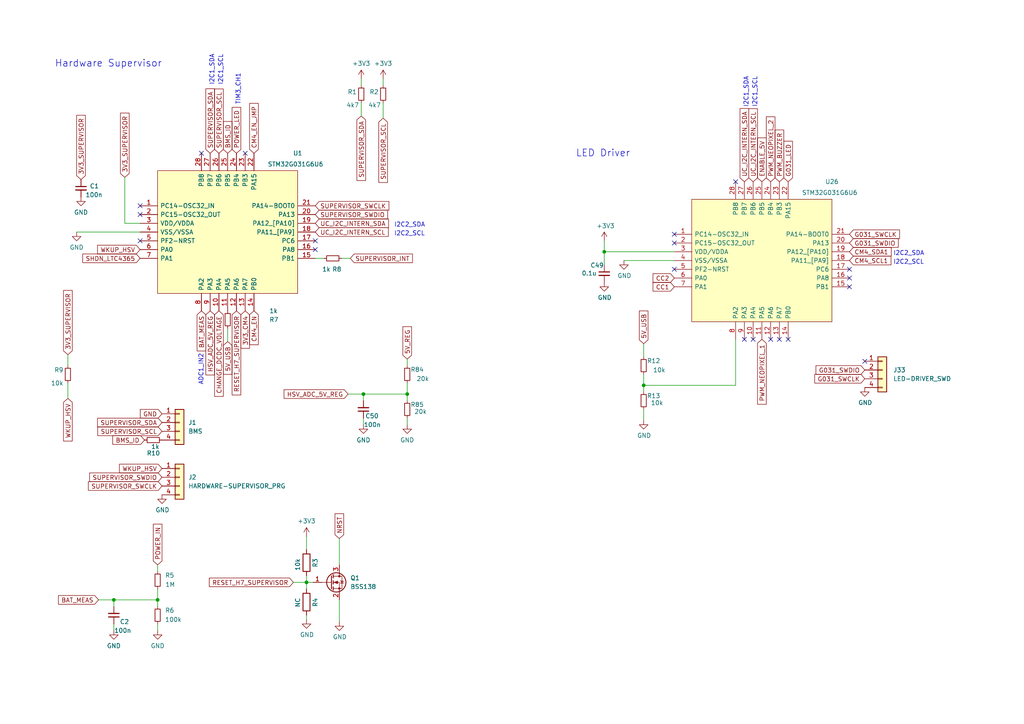
<source format=kicad_sch>
(kicad_sch (version 20211123) (generator eeschema)
  (paper "A4")
  (junction (at 118.11 114.3))
  (junction (at -92.71 -11.43) (diameter 1.016))
  (junction (at 186.69 111.76))
  (junction (at -92.71 -22.225) (diameter 1.016))
  (junction (at -109.22 158.75))
  (junction (at -149.86 72.39) (diameter 1.016))
  (junction (at -149.86 67.31) (diameter 1.016))
  (junction (at -57.15 184.785))
  (junction (at 88.9 168.91))
  (junction (at -104.14 19.05))
  (junction (at -159.385 -6.35) (diameter 1.016))
  (junction (at -141.605 17.78))
  (junction (at 105.41 114.3))
  (junction (at -101.6 19.05))
  (junction (at -86.36 -22.225))
  (junction (at 175.26 73.025))
  (junction (at -99.06 -11.43) (diameter 1.016))
  (junction (at -105.41 -11.43) (diameter 1.016))
  (junction (at -106.68 158.75))
  (junction (at -159.385 -11.43) (diameter 1.016))
  (junction (at -99.06 19.05))
  (junction (at -99.06 -22.225) (diameter 1.016))
  (junction (at -160.655 31.75))
  (junction (at -86.36 -11.43) (diameter 1.016))
  (junction (at 45.72 173.99))
  (junction (at -111.76 -22.225) (diameter 1.016))
  (junction (at -149.86 62.23) (diameter 1.016))
  (junction (at 33.02 173.99))
  (junction (at -153.035 72.39) (diameter 1.016))
  (junction (at -104.14 158.75))
  (junction (at -101.6 158.75))
  (junction (at -109.22 19.05))
  (junction (at -105.41 -22.225) (diameter 1.016))
  (junction (at -99.06 158.75))
  (junction (at -111.76 -11.43) (diameter 1.016))
  (junction (at -96.52 19.05))
  (junction (at -106.68 19.05))
  (no_connect (at 40.64 69.85))
  (no_connect (at 246.38 83.185))
  (no_connect (at 246.38 80.645))
  (no_connect (at 250.825 104.775))
  (no_connect (at -154.94 -8.89))
  (no_connect (at -81.28 146.05))
  (no_connect (at 91.44 72.39))
  (no_connect (at -127 148.59))
  (no_connect (at -81.28 72.39))
  (no_connect (at -127 123.19))
  (no_connect (at 40.64 62.23))
  (no_connect (at 71.12 44.45))
  (no_connect (at 58.42 44.45))
  (no_connect (at 246.38 78.105))
  (no_connect (at 213.36 52.705))
  (no_connect (at 226.06 98.425))
  (no_connect (at 228.6 98.425))
  (no_connect (at 195.58 78.105))
  (no_connect (at 195.58 70.485))
  (no_connect (at 195.58 67.945))
  (no_connect (at 215.9 98.425))
  (no_connect (at 218.44 98.425))
  (no_connect (at 223.52 98.425))
  (no_connect (at 40.64 59.69))
  (no_connect (at -142.24 -8.89))
  (no_connect (at -142.24 -11.43))
  (no_connect (at 91.44 69.85))
  (wire (pts (xy -57.15 191.135) (xy -57.15 193.675)))
  (wire (pts (xy 118.11 104.14) (xy 118.11 106.045)))
  (wire (pts (xy -156.21 62.23) (xy -156.21 64.77)))
  (wire (pts (xy -101.6 19.05) (xy -99.06 19.05)))
  (wire (pts (xy -141.605 17.78) (xy -131.445 17.78)))
  (wire (pts (xy -106.68 19.05) (xy -104.14 19.05)))
  (wire (pts (xy 22.225 67.31) (xy 40.64 67.31)))
  (wire (pts (xy 33.02 173.99) (xy 28.575 173.99)))
  (wire (pts (xy -92.71 -22.225) (xy -92.71 -19.05)))
  (wire (pts (xy 19.685 111.125) (xy 19.685 115.57)))
  (wire (pts (xy -150.495 17.78) (xy -141.605 17.78)))
  (wire (pts (xy 98.425 173.99) (xy 98.425 180.34)))
  (wire (pts (xy 180.975 75.565) (xy 195.58 75.565)))
  (wire (pts (xy -81.28 54.61) (xy -60.325 54.61)))
  (wire (pts (xy 118.11 114.3) (xy 118.11 116.205)))
  (wire (pts (xy -105.41 -11.43) (xy -99.06 -11.43)))
  (wire (pts (xy 85.09 168.91) (xy 88.9 168.91)))
  (wire (pts (xy -57.15 184.785) (xy -51.435 184.785)))
  (wire (pts (xy 175.26 73.025) (xy 175.26 76.835)))
  (wire (pts (xy -86.36 -11.43) (xy -86.36 -13.97)))
  (wire (pts (xy -127 41.91) (xy -127 45.72)))
  (wire (pts (xy 45.72 163.83) (xy 45.72 165.735)))
  (wire (pts (xy -160.655 31.75) (xy -160.655 35.56)))
  (wire (pts (xy -86.36 -22.225) (xy -86.36 -19.05)))
  (wire (pts (xy -149.225 36.83) (xy -127 36.83)))
  (wire (pts (xy 33.02 180.975) (xy 33.02 182.88)))
  (wire (pts (xy -99.06 19.05) (xy -96.52 19.05)))
  (wire (pts (xy -99.06 -22.225) (xy -92.71 -22.225)))
  (wire (pts (xy -154.94 -11.43) (xy -159.385 -11.43)))
  (wire (pts (xy 186.69 108.585) (xy 186.69 111.76)))
  (wire (pts (xy -57.15 183.515) (xy -57.15 184.785)))
  (wire (pts (xy -139.7 87.63) (xy -127 87.63)))
  (wire (pts (xy 98.425 156.21) (xy 98.425 163.83)))
  (wire (pts (xy -154.94 -13.97) (xy -159.385 -13.97)))
  (wire (pts (xy -106.68 158.75) (xy -109.22 158.75)))
  (wire (pts (xy -101.6 158.75) (xy -104.14 158.75)))
  (wire (pts (xy -162.56 31.75) (xy -160.655 31.75)))
  (wire (pts (xy -120.015 -13.97) (xy -120.015 -11.43)))
  (wire (pts (xy -159.385 -13.97) (xy -159.385 -11.43)))
  (wire (pts (xy 88.9 155.575) (xy 88.9 159.385)))
  (wire (pts (xy -86.36 -22.225) (xy -76.2 -22.225)))
  (wire (pts (xy 19.685 102.87) (xy 19.685 106.045)))
  (wire (pts (xy 88.9 168.91) (xy 90.805 168.91)))
  (wire (pts (xy 105.41 121.285) (xy 105.41 123.19)))
  (wire (pts (xy -105.41 -22.225) (xy -99.06 -22.225)))
  (wire (pts (xy -144.145 64.77) (xy -144.145 67.31)))
  (wire (pts (xy -159.385 -11.43) (xy -159.385 -6.35)))
  (wire (pts (xy 99.06 74.93) (xy 101.6 74.93)))
  (wire (pts (xy -92.71 -13.97) (xy -92.71 -11.43)))
  (wire (pts (xy 186.69 99.695) (xy 186.69 103.505)))
  (wire (pts (xy 33.02 175.895) (xy 33.02 173.99)))
  (wire (pts (xy -111.76 -22.225) (xy -120.015 -22.225)))
  (wire (pts (xy 175.26 69.85) (xy 175.26 73.025)))
  (wire (pts (xy 93.98 74.93) (xy 91.44 74.93)))
  (wire (pts (xy -153.035 72.39) (xy -153.035 73.025)))
  (wire (pts (xy -92.71 -11.43) (xy -86.36 -11.43)))
  (wire (pts (xy 45.72 173.99) (xy 45.72 175.895)))
  (wire (pts (xy 104.775 33.655) (xy 104.775 29.845)))
  (wire (pts (xy -109.22 158.75) (xy -111.76 158.75)))
  (wire (pts (xy 118.11 114.3) (xy 105.41 114.3)))
  (wire (pts (xy 186.69 111.76) (xy 186.69 113.665)))
  (wire (pts (xy -104.14 19.05) (xy -101.6 19.05)))
  (wire (pts (xy -146.685 72.39) (xy -149.86 72.39)))
  (wire (pts (xy 118.11 111.125) (xy 118.11 114.3)))
  (wire (pts (xy -99.06 -22.225) (xy -99.06 -19.05)))
  (wire (pts (xy -99.06 -11.43) (xy -92.71 -11.43)))
  (wire (pts (xy -111.76 -19.05) (xy -111.76 -22.225)))
  (wire (pts (xy 186.69 111.76) (xy 213.36 111.76)))
  (wire (pts (xy -99.06 -13.97) (xy -99.06 -11.43)))
  (wire (pts (xy -156.21 72.39) (xy -153.035 72.39)))
  (wire (pts (xy -111.76 19.05) (xy -109.22 19.05)))
  (wire (pts (xy -81.28 74.93) (xy -60.325 74.93)))
  (wire (pts (xy 186.69 118.745) (xy 186.69 121.92)))
  (wire (pts (xy -76.2 -11.43) (xy -86.36 -11.43)))
  (wire (pts (xy 45.72 173.99) (xy 33.02 173.99)))
  (wire (pts (xy -153.035 87.63) (xy -144.78 87.63)))
  (wire (pts (xy 36.195 51.435) (xy 36.195 64.77)))
  (wire (pts (xy -111.76 -11.43) (xy -105.41 -11.43)))
  (wire (pts (xy 88.9 167.005) (xy 88.9 168.91)))
  (wire (pts (xy -105.41 -13.97) (xy -105.41 -11.43)))
  (wire (pts (xy -149.86 72.39) (xy -153.035 72.39)))
  (wire (pts (xy -57.15 184.785) (xy -57.15 186.055)))
  (wire (pts (xy -149.86 62.23) (xy -127 62.23)))
  (wire (pts (xy -146.05 90.17) (xy -127 90.17)))
  (wire (pts (xy -149.225 41.91) (xy -149.225 36.83)))
  (wire (pts (xy -99.06 164.465) (xy -99.06 158.75)))
  (wire (pts (xy -160.655 31.75) (xy -127 31.75)))
  (wire (pts (xy 104.775 24.765) (xy 104.775 22.86)))
  (wire (pts (xy -120.015 -22.225) (xy -120.015 -19.05)))
  (wire (pts (xy 105.41 114.3) (xy 100.965 114.3)))
  (wire (pts (xy 213.36 98.425) (xy 213.36 111.76)))
  (wire (pts (xy -146.685 64.77) (xy -146.685 72.39)))
  (wire (pts (xy -109.22 19.05) (xy -106.68 19.05)))
  (wire (pts (xy -131.445 26.67) (xy -131.445 17.78)))
  (wire (pts (xy -156.21 69.85) (xy -156.21 72.39)))
  (wire (pts (xy -141.605 41.91) (xy -141.605 39.37)))
  (wire (pts (xy -76.2 -22.225) (xy -76.2 -19.05)))
  (wire (pts (xy -127 45.72) (xy -131.445 45.72)))
  (wire (pts (xy -149.86 67.31) (xy -144.145 67.31)))
  (wire (pts (xy 45.72 182.88) (xy 45.72 180.975)))
  (wire (pts (xy 118.11 123.19) (xy 118.11 121.285)))
  (wire (pts (xy -99.06 158.75) (xy -101.6 158.75)))
  (wire (pts (xy -144.145 64.77) (xy -127 64.77)))
  (wire (pts (xy 36.195 64.77) (xy 40.64 64.77)))
  (wire (pts (xy -141.605 39.37) (xy -127 39.37)))
  (wire (pts (xy -127 26.67) (xy -131.445 26.67)))
  (wire (pts (xy -92.71 -22.225) (xy -86.36 -22.225)))
  (wire (pts (xy 88.9 170.815) (xy 88.9 168.91)))
  (wire (pts (xy -81.28 57.15) (xy -60.325 57.15)))
  (wire (pts (xy 45.72 170.815) (xy 45.72 173.99)))
  (wire (pts (xy 111.125 34.29) (xy 111.125 29.845)))
  (wire (pts (xy -153.035 64.77) (xy -153.035 72.39)))
  (wire (pts (xy -96.52 13.335) (xy -96.52 19.05)))
  (wire (pts (xy 111.125 24.765) (xy 111.125 22.86)))
  (wire (pts (xy -105.41 -22.225) (xy -105.41 -19.05)))
  (wire (pts (xy -76.2 -13.97) (xy -76.2 -11.43)))
  (wire (pts (xy -149.86 62.23) (xy -156.21 62.23)))
  (wire (pts (xy 66.04 99.06) (xy 66.04 95.25)))
  (wire (pts (xy 88.9 179.705) (xy 88.9 178.435)))
  (wire (pts (xy 105.41 116.205) (xy 105.41 114.3)))
  (wire (pts (xy -104.14 158.75) (xy -106.68 158.75)))
  (wire (pts (xy -120.015 -11.43) (xy -111.76 -11.43)))
  (wire (pts (xy -111.76 -22.225) (xy -105.41 -22.225)))
  (wire (pts (xy -111.76 -13.97) (xy -111.76 -11.43)))
  (wire (pts (xy -153.035 90.17) (xy -151.13 90.17)))
  (wire (pts (xy -154.94 -6.35) (xy -159.385 -6.35)))
  (wire (pts (xy 175.26 73.025) (xy 195.58 73.025)))
  (text "TIM3_CH1" (at 69.85 30.48 90) (effects (font (size 1.27 1.27)) (justify left bottom)))
  (text "MICROCONTROLLER" (at -170.18 -26.67 0) (effects (font (size 2 2)) (justify left bottom)))
  (text "ADC1_IN2" (at 59.055 111.76 90) (effects (font (size 1.27 1.27)) (justify left bottom)))
  (text "I2C1_SCL" (at 219.71 22.225 270) (effects (font (size 1.27 1.27)) (justify right bottom)))
  (text "I2C2_SDA" (at 259.08 74.295 0) (effects (font (size 1.27 1.27)) (justify left bottom)))
  (text "I2C2_SDA" (at 114.3 66.04 0) (effects (font (size 1.27 1.27)) (justify left bottom)))
  (text "I2C1_SCL" (at 64.77 24.765 90) (effects (font (size 1.27 1.27)) (justify left bottom)))
  (text "I2C2_SCL" (at 114.3 68.58 0) (effects (font (size 1.27 1.27)) (justify left bottom)))
  (text "I2C2_SCL" (at 259.08 76.835 0) (effects (font (size 1.27 1.27)) (justify left bottom)))
  (text "LED Driver" (at 167.005 45.72 0) (effects (font (size 2 2)) (justify left bottom)))
  (text "Hardware Supervisor" (at 15.875 19.685 0) (effects (font (size 2 2)) (justify left bottom)))
  (text "I2C1_SDA" (at 217.17 22.225 270) (effects (font (size 1.27 1.27)) (justify right bottom)))
  (text "I2C1_SDA" (at 62.23 24.765 90) (effects (font (size 1.27 1.27)) (justify left bottom)))
  (label "UC_USB_P" (at -72.39 57.15 0))
  (label "UC_USB_N" (at -73.025 54.61 0))
  (global_label "UC_LED2" (shape input) (at -127 95.25 180) (property "Intersheet References" "${INTERSHEET_REFS}" (effects hide)))
  (global_label "UC_SPI2_MOSI" (shape input) (at -81.28 143.51 0) (property "Intersheet References" "${INTERSHEET_REFS}" (effects hide)))
  (global_label "CC1" (shape input) (at 195.58 83.185 180) (property "Intersheet References" "${INTERSHEET_REFS}" (effects hide)))
  (global_label "UC_USB_D_N" (shape input) (at -55.245 54.61 0) (property "Intersheet References" "${INTERSHEET_REFS}" (effects hide)))
  (global_label "UC_SCL_2" (shape input) (at -70.485 184.785 270) (property "Intersheet References" "${INTERSHEET_REFS}" (effects hide)))
  (global_label "ENC1_A" (shape input) (at -81.28 87.63 0) (property "Intersheet References" "${INTERSHEET_REFS}" (effects hide)))
  (global_label "UC_UART_EXT1_RX" (shape input) (at -81.28 52.07 0) (property "Intersheet References" "${INTERSHEET_REFS}" (effects hide)))
  (global_label "ENABLE_5V" (shape input) (at 220.98 52.705 90) (property "Intersheet References" "${INTERSHEET_REFS}" (effects hide)))
  (global_label "UC_UART_EXT2_TX" (shape input) (at -81.28 128.27 0) (property "Intersheet References" "${INTERSHEET_REFS}" (effects hide)))
  (global_label "BAT_MEAS" (shape input) (at 28.575 173.99 180) (property "Intersheet References" "${INTERSHEET_REFS}" (effects hide)))
  (global_label "CS_IMU" (shape input) (at -81.28 100.33 0) (property "Intersheet References" "${INTERSHEET_REFS}" (effects hide)))
  (global_label "UC_SPI1_CS_EXT1" (shape input) (at -127 120.65 180) (property "Intersheet References" "${INTERSHEET_REFS}" (effects hide)))
  (global_label "IMU_INT2" (shape input) (at -127 138.43 180) (property "Intersheet References" "${INTERSHEET_REFS}" (effects hide)))
  (global_label "UC_UART_EXT3_RX" (shape input) (at -81.28 77.47 0) (property "Intersheet References" "${INTERSHEET_REFS}" (effects hide)))
  (global_label "5V_USB" (shape input) (at -57.15 178.435 90) (property "Intersheet References" "${INTERSHEET_REFS}" (effects hide)))
  (global_label "NRST" (shape input) (at 98.425 156.21 90) (property "Intersheet References" "${INTERSHEET_REFS}" (effects hide)))
  (global_label "PWM_NEOPIXEL_1" (shape input) (at 220.98 98.425 270) (property "Intersheet References" "${INTERSHEET_REFS}" (effects hide)))
  (global_label "UC_ACT_LED" (shape input) (at -127 140.97 180) (property "Intersheet References" "${INTERSHEET_REFS}" (effects hide)))
  (global_label "UC_TIM2" (shape input) (at -109.22 181.61 180) (property "Intersheet References" "${INTERSHEET_REFS}" (effects hide)))
  (global_label "3V3_SUPERVISOR" (shape input) (at 19.685 102.87 90) (property "Intersheet References" "${INTERSHEET_REFS}" (effects hide)))
  (global_label "UC_TIM1" (shape input) (at -81.28 90.17 0) (property "Intersheet References" "${INTERSHEET_REFS}" (effects hide)))
  (global_label "CM4_EN" (shape input) (at 73.66 90.17 270) (property "Intersheet References" "${INTERSHEET_REFS}" (effects hide)))
  (global_label "UC_SPI2_CS_EXT1" (shape input) (at -127 146.05 180) (property "Intersheet References" "${INTERSHEET_REFS}" (effects hide)))
  (global_label "UC_TIM1" (shape input) (at -109.22 186.69 180) (property "Intersheet References" "${INTERSHEET_REFS}" (effects hide)))
  (global_label "ENC1_A" (shape input) (at -104.14 186.69 0) (property "Intersheet References" "${INTERSHEET_REFS}" (effects hide)))
  (global_label "PD7" (shape input) (at -127 130.81 180) (property "Intersheet References" "${INTERSHEET_REFS}" (effects hide)))
  (global_label "UC_SPI_CM4_CS" (shape input) (at -81.28 36.83 0) (property "Intersheet References" "${INTERSHEET_REFS}" (effects hide)))
  (global_label "UC_LED1" (shape input) (at -127 107.95 180) (property "Intersheet References" "${INTERSHEET_REFS}" (effects hide)))
  (global_label "3V3_SUPERVISOR" (shape input) (at 36.195 51.435 90) (property "Intersheet References" "${INTERSHEET_REFS}" (effects hide)))
  (global_label "SHDN_LTC4365" (shape input) (at 40.64 74.93 180) (property "Intersheet References" "${INTERSHEET_REFS}" (effects hide)))
  (global_label "UC_I2C_INTERN_SCL" (shape input) (at -81.28 46.99 0) (property "Intersheet References" "${INTERSHEET_REFS}" (effects hide)))
  (global_label "UC_UART_EXT1_TX" (shape input) (at -81.28 49.53 0) (property "Intersheet References" "${INTERSHEET_REFS}" (effects hide)))
  (global_label "ENC2_A" (shape input) (at -81.28 82.55 0) (property "Intersheet References" "${INTERSHEET_REFS}" (effects hide)))
  (global_label "WKUP_HSV" (shape input) (at 19.685 115.57 270) (property "Intersheet References" "${INTERSHEET_REFS}" (effects hide)))
  (global_label "WKUP_HSV" (shape input) (at 46.99 135.89 180) (property "Intersheet References" "${INTERSHEET_REFS}" (effects hide)))
  (global_label "UC_UART_EXT3_TX" (shape input) (at -81.28 64.77 0) (property "Intersheet References" "${INTERSHEET_REFS}" (effects hide)))
  (global_label "DETECT_USB" (shape input) (at -51.435 184.785 0) (property "Intersheet References" "${INTERSHEET_REFS}" (effects hide)))
  (global_label "NRST" (shape input) (at -142.24 -6.35 0) (property "Intersheet References" "${INTERSHEET_REFS}" (effects hide)))
  (global_label "PC15" (shape input) (at -81.28 151.13 0) (property "Intersheet References" "${INTERSHEET_REFS}" (effects hide)))
  (global_label "PC0" (shape input) (at -81.28 113.03 0) (property "Intersheet References" "${INTERSHEET_REFS}" (effects hide)))
  (global_label "HSV_ADC_5V_REG" (shape input) (at 100.965 114.3 180) (property "Intersheet References" "${INTERSHEET_REFS}" (effects hide)))
  (global_label "UC_UART_CM4_TX" (shape input) (at -81.28 31.75 0) (property "Intersheet References" "${INTERSHEET_REFS}" (effects hide)))
  (global_label "PE12" (shape input) (at -127 100.33 180) (property "Intersheet References" "${INTERSHEET_REFS}" (effects hide)))
  (global_label "UC_SPI2_MISO" (shape input) (at -81.28 140.97 0) (property "Intersheet References" "${INTERSHEET_REFS}" (effects hide)))
  (global_label "3V3_SUPERVISOR" (shape input) (at 23.495 52.07 90) (property "Intersheet References" "${INTERSHEET_REFS}" (effects hide)))
  (global_label "PD8" (shape input) (at -127 133.35 180) (property "Intersheet References" "${INTERSHEET_REFS}" (effects hide)))
  (global_label "CC2" (shape input) (at 195.58 80.645 180) (property "Intersheet References" "${INTERSHEET_REFS}" (effects hide)))
  (global_label "GND" (shape input) (at 46.99 120.015 180) (property "Intersheet References" "${INTERSHEET_REFS}" (effects hide)))
  (global_label "UC_AIN2" (shape input) (at -81.28 69.85 0) (property "Intersheet References" "${INTERSHEET_REFS}" (effects hide)))
  (global_label "RUN_PG" (shape input) (at -81.28 148.59 0) (property "Intersheet References" "${INTERSHEET_REFS}" (effects hide)))
  (global_label "SUPERVISOR_SDA" (shape input) (at 46.99 122.555 180) (property "Intersheet References" "${INTERSHEET_REFS}" (effects hide)))
  (global_label "UC_I2C_INTERN_SCL" (shape input) (at 91.44 67.31 0) (property "Intersheet References" "${INTERSHEET_REFS}" (effects hide)))
  (global_label "PD5" (shape input) (at -127 125.73 180) (property "Intersheet References" "${INTERSHEET_REFS}" (effects hide)))
  (global_label "RS485_TX" (shape input) (at -127 72.39 180) (property "Intersheet References" "${INTERSHEET_REFS}" (effects hide)))
  (global_label "SUPERVISOR_SCL" (shape input) (at 63.5 44.45 90) (property "Intersheet References" "${INTERSHEET_REFS}" (effects hide)))
  (global_label "SWCLK" (shape input) (at -81.28 62.23 0) (property "Intersheet References" "${INTERSHEET_REFS}" (effects hide)))
  (global_label "BMS_ID" (shape input) (at 66.04 44.45 90) (property "Intersheet References" "${INTERSHEET_REFS}" (effects hide)))
  (global_label "NRST" (shape input) (at -150.495 17.78 180) (property "Intersheet References" "${INTERSHEET_REFS}" (effects hide)))
  (global_label "CM4_INT1" (shape input) (at -153.035 90.17 180) (property "Intersheet References" "${INTERSHEET_REFS}" (effects hide)))
  (global_label "SUPERVISOR_INT" (shape input) (at 101.6 74.93 0) (property "Intersheet References" "${INTERSHEET_REFS}" (effects hide)))
  (global_label "RS485_EN" (shape input) (at -127 151.13 180) (property "Intersheet References" "${INTERSHEET_REFS}" (effects hide)))
  (global_label "WKUP_HSV" (shape input) (at 40.64 72.39 180) (property "Intersheet References" "${INTERSHEET_REFS}" (effects hide)))
  (global_label "SWDIO" (shape input) (at -81.28 59.69 0) (property "Intersheet References" "${INTERSHEET_REFS}" (effects hide)))
  (global_label "UC_I2C_INTERN_SDA" (shape input) (at -81.28 135.89 0) (property "Intersheet References" "${INTERSHEET_REFS}" (effects hide)))
  (global_label "CHANGE_DCDC_VOLTAGE" (shape input) (at 63.5 90.17 270) (property "Intersheet References" "${INTERSHEET_REFS}" (effects hide)))
  (global_label "CM4_SDA1" (shape input) (at 246.38 73.025 0) (property "Intersheet References" "${INTERSHEET_REFS}" (effects hide)))
  (global_label "CM4_INT2" (shape input) (at -153.035 87.63 180) (property "Intersheet References" "${INTERSHEET_REFS}" (effects hide)))
  (global_label "5V_REG" (shape input) (at 118.11 104.14 90) (property "Intersheet References" "${INTERSHEET_REFS}" (effects hide)))
  (global_label "USER_BTN_EXT" (shape input) (at -127 74.93 180) (property "Intersheet References" "${INTERSHEET_REFS}" (effects hide)))
  (global_label "5V_USB" (shape input) (at 66.04 99.06 270) (property "Intersheet References" "${INTERSHEET_REFS}" (effects hide)))
  (global_label "PD2" (shape input) (at -127 118.11 180) (property "Intersheet References" "${INTERSHEET_REFS}" (effects hide)))
  (global_label "BAT_MEAS" (shape input) (at 58.42 90.17 270) (property "Intersheet References" "${INTERSHEET_REFS}" (effects hide)))
  (global_label "G031_SWCLK" (shape input) (at 250.825 109.855 180) (property "Intersheet References" "${INTERSHEET_REFS}" (effects hide)))
  (global_label "SUPERVISOR_SWCLK" (shape input) (at 91.44 59.69 0) (property "Intersheet References" "${INTERSHEET_REFS}" (effects hide)))
  (global_label "ENC2_A" (shape input) (at -104.14 181.61 0) (property "Intersheet References" "${INTERSHEET_REFS}" (effects hide)))
  (global_label "ENC2_B" (shape input) (at -81.28 80.01 0) (property "Intersheet References" "${INTERSHEET_REFS}" (effects hide)))
  (global_label "UC_AIN1" (shape input) (at -81.28 125.73 0) (property "Intersheet References" "${INTERSHEET_REFS}" (effects hide)))
  (global_label "UC_I2C_INTERN_SCL" (shape input) (at 218.44 52.705 90) (property "Intersheet References" "${INTERSHEET_REFS}" (effects hide)))
  (global_label "CM4_INT0" (shape input) (at -55.245 74.93 0) (property "Intersheet References" "${INTERSHEET_REFS}" (effects hide)))
  (global_label "PE14" (shape input) (at -127 105.41 180) (property "Intersheet References" "${INTERSHEET_REFS}" (effects hide)))
  (global_label "SUPERVISOR_SCL" (shape input) (at 111.125 34.29 270) (property "Intersheet References" "${INTERSHEET_REFS}" (effects hide)))
  (global_label "G031_SWCLK" (shape input) (at 246.38 67.945 0) (property "Intersheet References" "${INTERSHEET_REFS}" (effects hide)))
  (global_label "PE13" (shape input) (at -127 102.87 180) (property "Intersheet References" "${INTERSHEET_REFS}" (effects hide)))
  (global_label "PD9" (shape input) (at -127 135.89 180) (property "Intersheet References" "${INTERSHEET_REFS}" (effects hide)))
  (global_label "PE9" (shape input) (at -127 92.71 180) (property "Intersheet References" "${INTERSHEET_REFS}" (effects hide)))
  (global_label "G031_LED" (shape input) (at 228.6 52.705 90) (property "Intersheet References" "${INTERSHEET_REFS}" (effects hide)))
  (global_label "G031_SWDIO" (shape input) (at 250.825 107.315 180) (property "Intersheet References" "${INTERSHEET_REFS}" (effects hide)))
  (global_label "DETECT_USB" (shape input) (at -81.28 133.35 0) (property "Intersheet References" "${INTERSHEET_REFS}" (effects hide)))
  (global_label "UC_UART_EXT2_RX" (shape input) (at -81.28 130.81 0) (property "Intersheet References" "${INTERSHEET_REFS}" (effects hide)))
  (global_label "UC_I2C_INTERN_SCL" (shape input) (at -128.27 187.325 270) (property "Intersheet References" "${INTERSHEET_REFS}" (effects hide)))
  (global_label "UC_AIN4" (shape input) (at -81.28 120.65 0) (property "Intersheet References" "${INTERSHEET_REFS}" (effects hide)))
  (global_label "UC_SDA_2" (shape input) (at -81.28 97.79 0) (property "Intersheet References" "${INTERSHEET_REFS}" (effects hide)))
  (global_label "UC_I2C_INTERN_SDA" (shape input) (at 91.44 64.77 0) (property "Intersheet References" "${INTERSHEET_REFS}" (effects hide)))
  (global_label "UC_I2C_INTERN_SDA" (shape input) (at 215.9 52.705 90) (property "Intersheet References" "${INTERSHEET_REFS}" (effects hide)))
  (global_label "UC_TIM2" (shape input) (at -81.28 92.71 0) (property "Intersheet References" "${INTERSHEET_REFS}" (effects hide)))
  (global_label "SUPERVISOR_SWDIO" (shape input) (at 46.99 138.43 180) (property "Intersheet References" "${INTERSHEET_REFS}" (effects hide)))
  (global_label "SUPERVISOR_SWCLK" (shape input) (at 46.99 140.97 180) (property "Intersheet References" "${INTERSHEET_REFS}" (effects hide)))
  (global_label "POWER_IN" (shape input) (at 45.72 163.83 90) (property "Intersheet References" "${INTERSHEET_REFS}" (effects hide)))
  (global_label "5V_USB" (shape input) (at 186.69 99.695 90) (property "Intersheet References" "${INTERSHEET_REFS}" (effects hide)))
  (global_label "UC_SDA_2" (shape input) (at -79.375 184.785 270) (property "Intersheet References" "${INTERSHEET_REFS}" (effects hide)))
  (global_label "SUPERVISOR_SDA" (shape input) (at 104.775 33.655 270) (property "Intersheet References" "${INTERSHEET_REFS}" (effects hide)))
  (global_label "HSV_ADC_5V_REG" (shape input) (at 60.96 90.17 270) (property "Intersheet References" "${INTERSHEET_REFS}" (effects hide)))
  (global_label "SUPERVISOR_INT" (shape input) (at -127 143.51 180) (property "Intersheet References" "${INTERSHEET_REFS}" (effects hide)))
  (global_label "CANTX" (shape input) (at -127 115.57 180) (property "Intersheet References" "${INTERSHEET_REFS}" (effects hide)))
  (global_label "UC_SPI1_MISO" (shape input) (at -81.28 105.41 0) (property "Intersheet References" "${INTERSHEET_REFS}" (effects hide)))
  (global_label "BOOT0" (shape input) (at -162.56 31.75 180) (property "Intersheet References" "${INTERSHEET_REFS}" (effects hide)))
  (global_label "UC_SPI_CM4_SCLK" (shape input) (at -81.28 39.37 0) (property "Intersheet References" "${INTERSHEET_REFS}" (effects hide)))
  (global_label "SUPERVISOR_SCL" (shape input) (at 46.99 125.095 180) (property "Intersheet References" "${INTERSHEET_REFS}" (effects hide)))
  (global_label "CM4_SCL1" (shape input) (at 246.38 75.565 0) (property "Intersheet References" "${INTERSHEET_REFS}" (effects hide)))
  (global_label "PWM_BUZZER" (shape input) (at 226.06 52.705 90) (property "Intersheet References" "${INTERSHEET_REFS}" (effects hide)))
  (global_label "DBG_JMP" (shape input) (at -127 77.47 180) (property "Intersheet References" "${INTERSHEET_REFS}" (effects hide)))
  (global_label "SUPERVISOR_SWDIO" (shape input) (at 91.44 62.23 0) (property "Intersheet References" "${INTERSHEET_REFS}" (effects hide)))
  (global_label "UC_PWM3" (shape input) (at -81.28 29.21 0) (property "Intersheet References" "${INTERSHEET_REFS}" (effects hide)))
  (global_label "BMS_ID" (shape input) (at 41.91 127.635 180) (property "Intersheet References" "${INTERSHEET_REFS}" (effects hide)))
  (global_label "UC_PWM2" (shape input) (at -127 85.09 180) (property "Intersheet References" "${INTERSHEET_REFS}" (effects hide)))
  (global_label "UC_UART_CM4_RX" (shape input) (at -81.28 34.29 0) (property "Intersheet References" "${INTERSHEET_REFS}" (effects hide)))
  (global_label "ENC1_B" (shape input) (at -81.28 85.09 0) (property "Intersheet References" "${INTERSHEET_REFS}" (effects hide)))
  (global_label "RESET_H7_SUPERVISOR" (shape input) (at 68.58 90.17 270) (property "Intersheet References" "${INTERSHEET_REFS}" (effects hide)))
  (global_label "UC_PWM1" (shape input) (at -127 82.55 180) (property "Intersheet References" "${INTERSHEET_REFS}" (effects hide)))
  (global_label "3V3_CM4" (shape input) (at 71.12 90.17 270) (property "Intersheet References" "${INTERSHEET_REFS}" (effects hide)))
  (global_label "UC_SPI1_SCLK" (shape input) (at -81.28 102.87 0) (property "Intersheet References" "${INTERSHEET_REFS}" (effects hide)))
  (global_label "UC_AIN3" (shape input) (at -81.28 118.11 0) (property "Intersheet References" "${INTERSHEET_REFS}" (effects hide)))
  (global_label "SUPERVISOR_SDA" (shape input) (at 60.96 44.45 90) (property "Intersheet References" "${INTERSHEET_REFS}" (effects hide)))
  (global_label "UC_SPI2_SCLK" (shape input) (at -81.28 138.43 0) (property "Intersheet References" "${INTERSHEET_REFS}" (effects hide)))
  (global_label "UC_SCL_2" (shape input) (at -81.28 95.25 0) (property "Intersheet References" "${INTERSHEET_REFS}" (effects hide)))
  (global_label "PC1" (shape input) (at -81.28 115.57 0) (property "Intersheet References" "${INTERSHEET_REFS}" (effects hide)))
  (global_label "G031_SWDIO" (shape input) (at 246.38 70.485 0) (property "Intersheet References" "${INTERSHEET_REFS}" (effects hide)))
  (global_label "UC_I2C_INTERN_SDA" (shape input) (at -137.16 187.325 270) (property "Intersheet References" "${INTERSHEET_REFS}" (effects hide)))
  (global_label "PD6" (shape input) (at -127 128.27 180) (property "Intersheet References" "${INTERSHEET_REFS}" (effects hide)))
  (global_label "PWM_NEOPIXEL_2" (shape input) (at 223.52 52.705 90) (property "Intersheet References" "${INTERSHEET_REFS}" (effects hide)))
  (global_label "CANRX" (shape input) (at -127 113.03 180) (property "Intersheet References" "${INTERSHEET_REFS}" (effects hide)))
  (global_label "CM4_EN_JMP" (shape input) (at 73.66 44.45 90) (property "Intersheet References" "${INTERSHEET_REFS}" (effects hide)))
  (global_label "UC_SPI_CM4_MOSI" (shape input) (at -81.28 44.45 0) (property "Intersheet References" "${INTERSHEET_REFS}" (effects hide)))
  (global_label "POWER_LED" (shape input) (at 68.58 44.45 90) (property "Intersheet References" "${INTERSHEET_REFS}" (effects hide)))
  (global_label "SWCLK" (shape input) (at -142.24 -13.97 0) (property "Intersheet References" "${INTERSHEET_REFS}" (effects hide)))
  (global_label "UC_USB_D_P" (shape input) (at -55.245 57.15 0) (property "Intersheet References" "${INTERSHEET_REFS}" (effects hide)))
  (global_label "SWDIO" (shape input) (at -142.24 -16.51 0) (property "Intersheet References" "${INTERSHEET_REFS}" (effects hide)))
  (global_label "USER_BTN_EXT2" (shape input) (at -127 80.01 180) (property "Intersheet References" "${INTERSHEET_REFS}" (effects hide)))
  (global_label "UC_SPI1_MOSI" (shape input) (at -81.28 107.95 0) (property "Intersheet References" "${INTERSHEET_REFS}" (effects hide)))
  (global_label "UC_SPI_CM4_MISO" (shape input) (at -81.28 41.91 0) (property "Intersheet References" "${INTERSHEET_REFS}" (effects hide)))
  (global_label "RS485_RX" (shape input) (at -127 69.85 180) (property "Intersheet References" "${INTERSHEET_REFS}" (effects hide)))
  (global_label "RESET_H7_SUPERVISOR" (shape input) (at 85.09 168.91 180) (property "Intersheet References" "${INTERSHEET_REFS}" (effects hide)))
  (global_label "CS_FLASH" (shape input) (at -81.28 123.19 0) (property "Intersheet References" "${INTERSHEET_REFS}" (effects hide)))
  (global_label "PE11" (shape input) (at -127 97.79 180) (property "Intersheet References" "${INTERSHEET_REFS}" (effects hide)))
  (global_label "UC_PWM4" (shape input) (at -81.28 26.67 0) (property "Intersheet References" "${INTERSHEET_REFS}" (effects hide)))
  (symbol (lib_id "power:GND") (at 45.72 182.88 0) (unit 1)
    (property "Reference" "#PWR09" (effects hide))
    (property "Value" "GND" (at 45.72 187.325 0))
  )
  (symbol (lib_id "Device:R_Small") (at 96.52 74.93 90) (unit 1)
    (property "Reference" "R8" (at 99.06 78.105 90) (effects (justify left)))
    (property "Value" "1k" (at 95.885 78.105 90) (effects (justify left)))
    (property "Footprint" "Resistor_SMD:R_0603_1608Metric" (effects hide))
  )
  (symbol (lib_id "Device:C_Small") (at 105.41 118.745 180) (unit 1)
    (property "Reference" "C50" (at 109.855 120.65 0) (effects (justify left)))
    (property "Value" "100n" (at 110.49 123.19 0) (effects (justify left)))
    (property "Footprint" "Capacitor_SMD:C_0603_1608Metric" (effects hide))
  )
  (symbol (lib_id "Transistor_FET:BSS138") (at 95.885 168.91 0) (unit 1)
    (property "Reference" "Q1" (at 101.6 167.6399 0) (effects (justify left)))
    (property "Value" "BSS138" (at 101.6 170.1799 0) (effects (justify left)))
    (property "Footprint" "Package_TO_SOT_SMD:SOT-323_SC-70" (effects hide))
    (property "Datasheet" "https://www.onsemi.com/pub/Collateral/BSS138-D.PDF" (effects hide))
  )
  (symbol (lib_id "power:+3.3V") (at -70.485 179.705 0) (unit 1)
    (property "Reference" "#PWR051" (effects hide))
    (property "Value" "+3.3V" (at -70.485 175.26 0))
  )
  (symbol (lib_id "Device:R_Small") (at -106.68 181.61 90) (unit 1)
    (property "Reference" "R32" (at -109.855 179.07 90) (effects (justify left)))
    (property "Value" "NC" (at -105.41 179.705 90) (effects (justify left)))
    (property "Footprint" "Resistor_SMD:R_0603_1608Metric" (effects hide))
  )
  (symbol (lib_id "power:+3V3") (at -154.94 -16.51 0) (unit 1)
    (property "Reference" "#PWR028" (effects hide))
    (property "Value" "+3V3" (at -154.9371 -20.3594 0))
  )
  (symbol (lib_id "power:GND") (at 105.41 123.19 0) (unit 1)
    (property "Reference" "#PWR0211" (effects hide))
    (property "Value" "GND" (at 105.41 127.635 0))
  )
  (symbol (lib_id "Device:R_Small") (at 118.11 118.745 180) (unit 1)
    (property "Reference" "R85" (at 122.9613 117.3544 0) (effects (justify left)))
    (property "Value" "20k" (at 123.825 119.38 0) (effects (justify left)))
    (property "Footprint" "Resistor_SMD:R_0603_1608Metric" (effects hide))
  )
  (symbol (lib_id "power:GND") (at -160.655 40.64 0) (unit 1)
    (property "Reference" "#PWR024" (effects hide))
    (property "Value" "GND" (at -160.528 45.0342 0))
  )
  (symbol (lib_id "Device:R_Small") (at -148.59 90.17 270) (unit 1)
    (property "Reference" "R20" (at -148.59 92.71 90))
    (property "Value" "100" (at -148.59 88.265 90))
    (property "Footprint" "Resistor_SMD:R_0402_1005Metric" (effects hide))
  )
  (symbol (lib_id "power:GND") (at 88.9 179.705 0) (unit 1)
    (property "Reference" "#PWR08" (effects hide))
    (property "Value" "GND" (at 89.027 184.0992 0))
  )
  (symbol (lib_id "Device:C_Small") (at -86.36 -16.51 0) (unit 1)
    (property "Reference" "C17" (at -85.979 -14.9861 0) (effects (justify left)))
    (property "Value" "100n" (at -91.948 -18.1611 0) (effects (justify left)))
    (property "Footprint" "Capacitor_SMD:C_0603_1608Metric" (effects hide))
  )
  (symbol (lib_id "Device:R_Small") (at -128.27 184.785 0) (unit 1)
    (property "Reference" "R24" (at -126.365 184.1499 0) (effects (justify left)))
    (property "Value" "4.7k" (at -126.365 186.6899 0) (effects (justify left)))
    (property "Footprint" "Resistor_SMD:R_0603_1608Metric" (effects hide))
  )
  (symbol (lib_id "Device:C_Small") (at -156.21 67.31 0) (unit 1)
    (property "Reference" "C6" (at -160.8708 69.3356 0) (effects (justify left)))
    (property "Value" "20pF" (at -162.141 65.284 0) (effects (justify left)))
    (property "Footprint" "Capacitor_SMD:C_0603_1608Metric" (effects hide))
  )
  (symbol (lib_id "Device:R_Small") (at 19.685 108.585 180) (unit 1)
    (property "Reference" "R9" (at 18.415 107.315 0) (effects (justify left)))
    (property "Value" "10k" (at 18.415 111.125 0) (effects (justify left)))
    (property "Footprint" "Resistor_SMD:R_0603_1608Metric" (effects hide))
  )
  (symbol (lib_id "power:GND") (at 175.26 81.915 0) (unit 1)
    (property "Reference" "#PWR0184" (effects hide))
    (property "Value" "GND" (at 175.387 86.3092 0))
  )
  (symbol (lib_id "power:GND") (at 22.225 67.31 0) (unit 1)
    (property "Reference" "#PWR05" (effects hide))
    (property "Value" "GND" (at 22.225 71.755 0))
  )
  (symbol (lib_id "Device:R_Small") (at -142.24 87.63 270) (unit 1)
    (property "Reference" "R21" (at -142.24 90.17 90))
    (property "Value" "100" (at -142.24 85.725 90))
    (property "Footprint" "Resistor_SMD:R_0402_1005Metric" (effects hide))
  )
  (symbol (lib_id "Device:R_Small") (at -160.655 38.1 0) (unit 1)
    (property "Reference" "R16" (at -159.385 38.1 0) (effects (justify left)))
    (property "Value" "10k" (at -165.1 38.1 0) (effects (justify left)))
    (property "Footprint" "Resistor_SMD:R_0603_1608Metric" (effects hide))
  )
  (symbol (lib_id "Device:R_Small") (at 104.775 27.305 180) (unit 1)
    (property "Reference" "R1" (at 103.505 26.67 0) (effects (justify left)))
    (property "Value" "4k7" (at 104.14 30.48 0) (effects (justify left)))
    (property "Footprint" "Resistor_SMD:R_0603_1608Metric" (effects hide))
  )
  (symbol (lib_id "power:GND") (at -57.15 193.675 0) (unit 1)
    (property "Reference" "#PWR053" (effects hide))
    (property "Value" "GND" (at -57.023 198.0692 0))
  )
  (symbol (lib_id "Device:R_Small") (at 186.69 106.045 180) (unit 1)
    (property "Reference" "R12" (at 191.5413 104.6544 0) (effects (justify left)))
    (property "Value" "10k" (at 193.04 107.315 0) (effects (justify left)))
    (property "Footprint" "Resistor_SMD:R_0603_1608Metric" (effects hide))
  )
  (symbol (lib_id "power:GND") (at -99.06 164.465 0) (unit 1)
    (property "Reference" "#PWR044" (effects hide))
    (property "Value" "GND" (at -98.933 168.8592 0))
  )
  (symbol (lib_id "Device:R_Small") (at -57.15 180.975 0) (unit 1)
    (property "Reference" "R40" (at -54.61 180.975 90))
    (property "Value" "10k" (at -59.055 180.975 90))
    (property "Footprint" "Resistor_SMD:R_0603_1608Metric" (effects hide))
  )
  (symbol (lib_id "Device:R_Small") (at -79.375 182.245 0) (unit 1)
    (property "Reference" "R34" (at -77.47 181.6099 0) (effects (justify left)))
    (property "Value" "4.7k" (at -77.47 184.1499 0) (effects (justify left)))
    (property "Footprint" "Resistor_SMD:R_0603_1608Metric" (effects hide))
  )
  (symbol (lib_id "power:GND") (at 186.69 121.92 0) (unit 1)
    (property "Reference" "#PWR0232" (effects hide))
    (property "Value" "GND" (at 186.817 126.3142 0))
  )
  (symbol (lib_id "downloaded_parts:STM32G031G6U6") (at 195.58 67.945 0) (unit 1)
    (property "Reference" "U26" (at 241.3 52.705 0))
    (property "Value" "STM32G031G6U6" (at 240.665 55.88 0))
    (property "Footprint" "downloaded_parts:QFN50P400X400X60-28N-D" (effects hide))
    (property "Datasheet" "https://www.st.com/resource/en/datasheet/stm32g031c6.pdf" (effects hide))
    (property "Description" "STMICROELECTRONICS - STM32G031G6U6 - ARM MCU, STM32 Family STM32G0 Series Microcontrollers, ARM Cortex-M0+, 32bit, 64 MHz, 32 KB, 8 KB" (effects hide))
    (property "Height" "0.6" (effects hide))
    (property "Mouser Part Number" "511-STM32G031G6U6" (effects hide))
    (property "Mouser Price/Stock" "https://www.mouser.co.uk/ProductDetail/STMicroelectronics/STM32G031G6U6?qs=uwxL4vQweFPW1MMtF4vVDQ%3D%3D" (effects hide))
    (property "Manufacturer_Name" "STMicroelectronics" (effects hide))
    (property "Manufacturer_Part_Number" "STM32G031G6U6" (effects hide))
  )
  (symbol (lib_id "power:GND") (at -159.385 -6.35 0) (unit 1)
    (property "Reference" "#PWR025" (effects hide))
    (property "Value" "GND" (at -159.258 -1.9558 0))
  )
  (symbol (lib_id "power:+3.3V") (at 88.9 155.575 0) (unit 1)
    (property "Reference" "#PWR07" (effects hide))
    (property "Value" "+3.3V" (at 88.9 151.13 0))
  )
  (symbol (lib_id "Device:C_Small") (at -141.605 20.32 0) (unit 1)
    (property "Reference" "C9" (at -141.224 21.8439 0) (effects (justify left)))
    (property "Value" "100n" (at -149.225 20.32 0) (effects (justify left)))
    (property "Footprint" "Capacitor_SMD:C_0603_1608Metric" (effects hide))
  )
  (symbol (lib_id "Device:C_Small") (at -120.015 -16.51 0) (unit 1)
    (property "Reference" "C11" (at -119.634 -14.9861 0) (effects (justify left)))
    (property "Value" "100n" (at -125.603 -18.1611 0) (effects (justify left)))
    (property "Footprint" "Capacitor_SMD:C_0603_1608Metric" (effects hide))
  )
  (symbol (lib_id "power:GND") (at 180.975 75.565 0) (unit 1)
    (property "Reference" "#PWR0179" (effects hide))
    (property "Value" "GND" (at 181.102 79.9592 0))
  )
  (symbol (lib_id "power:GND") (at 118.11 123.19 0) (unit 1)
    (property "Reference" "#PWR0212" (effects hide))
    (property "Value" "GND" (at 118.11 127.635 0))
  )
  (symbol (lib_id "Device:C_Small") (at -92.71 -16.51 0) (mirror x) (unit 1)
    (property "Reference" "C16" (at -92.329 -18.0339 0) (effects (justify left)))
    (property "Value" "100n" (at -98.298 -14.8589 0) (effects (justify left)))
    (property "Footprint" "Capacitor_SMD:C_0603_1608Metric" (effects hide))
  )
  (symbol (lib_id "power:+3.3V") (at -96.52 13.335 0) (unit 1)
    (property "Reference" "#PWR045" (effects hide))
    (property "Value" "+3.3V" (at -96.52 8.89 0))
  )
  (symbol (lib_id "Device:R_Small") (at 44.45 127.635 270) (unit 1)
    (property "Reference" "R10" (at 42.545 131.445 90) (effects (justify left)))
    (property "Value" "1k" (at 43.815 129.54 90) (effects (justify left)))
    (property "Footprint" "Resistor_SMD:R_0603_1608Metric" (effects hide))
  )
  (symbol (lib_id "Connector_Generic:Conn_01x04") (at 255.905 107.315 0) (unit 1)
    (property "Reference" "J33" (at 259.08 107.3149 0) (effects (justify left)))
    (property "Value" "LED-DRIVER_SWD" (at 259.08 109.8549 0) (effects (justify left)))
    (property "Footprint" "Connector_JST:JST_SH_SM04B-SRSS-TB_1x04-1MP_P1.00mm_Horizontal" (effects hide))
  )
  (symbol (lib_id "Device:C_Small") (at 175.26 79.375 0) (unit 1)
    (property "Reference" "C49" (at 171.2342 76.9556 0) (effects (justify left)))
    (property "Value" "0.1u" (at 168.694 79.254 0) (effects (justify left)))
    (property "Footprint" "Capacitor_SMD:C_0603_1608Metric" (effects hide))
  )
  (symbol (lib_id "Connector_Generic:Conn_02x05_Odd_Even") (at -149.86 -11.43 0) (unit 1)
    (property "Reference" "J4" (at -148.59 -22.0218 0))
    (property "Value" "SWD" (at -148.59 -19.7104 0))
    (property "Footprint" "downloaded_parts:FTSH10501LDVK" (effects hide))
  )
  (symbol (lib_id "Device:C_Small") (at -105.41 -16.51 0) (unit 1)
    (property "Reference" "C14" (at -105.029 -14.9861 0) (effects (justify left)))
    (property "Value" "100n" (at -110.998 -18.1611 0) (effects (justify left)))
    (property "Footprint" "Capacitor_SMD:C_0603_1608Metric" (effects hide))
  )
  (symbol (lib_id "power:GND") (at -153.035 73.025 0) (unit 1)
    (property "Reference" "#PWR029" (effects hide))
    (property "Value" "GND" (at -152.908 77.4192 0))
  )
  (symbol (lib_id "power:+3.3V") (at -79.375 179.705 0) (unit 1)
    (property "Reference" "#PWR048" (effects hide))
    (property "Value" "+3.3V" (at -79.375 175.26 0))
  )
  (symbol (lib_id "Device:C_Small") (at 23.495 54.61 0) (unit 1)
    (property "Reference" "C1" (at 26.035 53.9749 0) (effects (justify left)))
    (property "Value" "100n" (at 24.765 56.515 0) (effects (justify left)))
    (property "Footprint" "Capacitor_SMD:C_0603_1608Metric" (effects hide))
  )
  (symbol (lib_id "Device:R_Small") (at -57.785 74.93 270) (unit 1)
    (property "Reference" "R39" (at -57.785 77.47 90))
    (property "Value" "100" (at -57.785 73.025 90))
    (property "Footprint" "Resistor_SMD:R_0402_1005Metric" (effects hide))
  )
  (symbol (lib_id "Device:C_Small") (at -149.225 44.45 0) (mirror x) (unit 1)
    (property "Reference" "C8" (at -148.844 42.9261 0) (effects (justify left)))
    (property "Value" "2u2" (at -154.813 46.1011 0) (effects (justify left)))
    (property "Footprint" "Capacitor_SMD:C_0805_2012Metric" (effects hide))
  )
  (symbol (lib_id "power:GND") (at 98.425 180.34 0) (unit 1)
    (property "Reference" "#PWR010" (effects hide))
    (property "Value" "GND" (at 98.552 184.7342 0))
  )
  (symbol (lib_id "power:GND") (at 23.495 57.15 0) (unit 1)
    (property "Reference" "#PWR02" (effects hide))
    (property "Value" "GND" (at 23.495 61.595 0))
  )
  (symbol (lib_id "Device:R") (at 88.9 163.195 180) (unit 1)
    (property "Reference" "R3" (at 91.44 161.925 90) (effects (justify left)))
    (property "Value" "10k" (at 86.36 161.925 90) (effects (justify left)))
    (property "Footprint" "Resistor_SMD:R_0603_1608Metric" (effects hide))
    (property "Datasheet" "https://fscdn.rohm.com/en/products/databook/datasheet/passive/resistor/chip_resistor/mcr-e.pdf" (effects hide))
    (property "Field4" "Farnell" (effects hide))
    (property "Field5" "9239235" (effects hide))
    (property "Field7" "KOA EUROPE GMBH" (effects hide))
    (property "Field6" "RK73H1ETTP1001F" (effects hide))
    (property "Part Description" "Resistor 1K M1005 1% 63mW" (effects hide))
    (property "Field8" "125049511" (effects hide))
  )
  (symbol (lib_id "MCU_ST_STM32H7:STM32H743VITx") (at -104.14 87.63 0) (unit 1)
    (property "Reference" "U6" (at -97.0406 156.21 0) (effects (justify left)))
    (property "Value" "STM32H743VITx" (at -97.0406 158.75 0) (effects (justify left)))
    (property "Footprint" "Package_QFP:LQFP-100_14x14mm_P0.5mm" (effects hide))
    (property "Datasheet" "http://www.st.com/st-web-ui/static/active/en/resource/technical/document/datasheet/DM00387108.pdf" (effects hide))
  )
  (symbol (lib_id "power:GND") (at 46.99 143.51 0) (unit 1)
    (property "Reference" "#PWR012" (effects hide))
    (property "Value" "GND" (at 47.117 147.9042 0))
  )
  (symbol (lib_id "Device:R_Small") (at -70.485 182.245 0) (unit 1)
    (property "Reference" "R36" (at -68.58 181.6099 0) (effects (justify left)))
    (property "Value" "4.7k" (at -68.58 184.1499 0) (effects (justify left)))
    (property "Footprint" "Resistor_SMD:R_0603_1608Metric" (effects hide))
  )
  (symbol (lib_id "power:+3.3V") (at -137.16 182.245 0) (unit 1)
    (property "Reference" "#PWR035" (effects hide))
    (property "Value" "+3.3V" (at -137.16 177.8 0))
  )
  (symbol (lib_id "Device:C_Small") (at -76.2 -16.51 0) (unit 1)
    (property "Reference" "C18" (at -75.819 -14.9861 0) (effects (justify left)))
    (property "Value" "100n" (at -81.788 -18.1611 0) (effects (justify left)))
    (property "Footprint" "Capacitor_SMD:C_0603_1608Metric" (effects hide))
  )
  (symbol (lib_id "Device:R_Small") (at -57.785 54.61 90) (unit 1)
    (property "Reference" "R37" (at -57.785 52.705 0) (effects (justify left)))
    (property "Value" "22" (at -56.515 54.61 90) (effects (justify left)))
    (property "Footprint" "Resistor_SMD:R_0603_1608Metric" (effects hide))
  )
  (symbol (lib_id "power:GND") (at 33.02 182.88 0) (unit 1)
    (property "Reference" "#PWR06" (effects hide))
    (property "Value" "GND" (at 33.02 187.325 0))
  )
  (symbol (lib_id "Device:C_Small") (at 33.02 178.435 180) (unit 1)
    (property "Reference" "C2" (at 37.465 180.34 0) (effects (justify left)))
    (property "Value" "100n" (at 38.1 182.88 0) (effects (justify left)))
    (property "Footprint" "Capacitor_SMD:C_0603_1608Metric" (effects hide))
  )
  (symbol (lib_id "Connector_Generic:Conn_01x04") (at 52.07 138.43 0) (unit 1)
    (property "Reference" "J2" (at 54.61 138.4299 0) (effects (justify left)))
    (property "Value" "HARDWARE-SUPERVISOR_PRG" (at 54.61 140.9699 0) (effects (justify left)))
    (property "Footprint" "Connector_JST:JST_SH_SM04B-SRSS-TB_1x04-1MP_P1.00mm_Horizontal" (effects hide))
  )
  (symbol (lib_id "Device:R_Small") (at 186.69 116.205 180) (unit 1)
    (property "Reference" "R13" (at 191.5413 114.8144 0) (effects (justify left)))
    (property "Value" "10k" (at 192.405 116.84 0) (effects (justify left)))
    (property "Footprint" "Resistor_SMD:R_0603_1608Metric" (effects hide))
  )
  (symbol (lib_id "Device:C_Small") (at -99.06 -16.51 0) (unit 1)
    (property "Reference" "C15" (at -98.679 -14.9861 0) (effects (justify left)))
    (property "Value" "100n" (at -104.648 -18.1611 0) (effects (justify left)))
    (property "Footprint" "Capacitor_SMD:C_0603_1608Metric" (effects hide))
  )
  (symbol (lib_id "power:+3.3V") (at 111.125 22.86 0) (unit 1)
    (property "Reference" "#PWR03" (effects hide))
    (property "Value" "+3.3V" (at 111.125 18.415 0))
  )
  (symbol (lib_id "power:GND") (at -141.605 46.99 0) (unit 1)
    (property "Reference" "#PWR034" (effects hide))
    (property "Value" "GND" (at -141.478 51.3842 0))
  )
  (symbol (lib_id "power:+3.3V") (at 104.775 22.86 0) (unit 1)
    (property "Reference" "#PWR0209" (effects hide))
    (property "Value" "+3.3V" (at 104.775 18.415 0))
  )
  (symbol (lib_id "Device:R_Small") (at -137.16 184.785 0) (unit 1)
    (property "Reference" "R22" (at -135.255 184.1499 0) (effects (justify left)))
    (property "Value" "4.7k" (at -135.255 186.6899 0) (effects (justify left)))
    (property "Footprint" "Resistor_SMD:R_0603_1608Metric" (effects hide))
  )
  (symbol (lib_id "power:GND") (at -141.605 22.86 0) (unit 1)
    (property "Reference" "#PWR033" (effects hide))
    (property "Value" "GND" (at -141.478 27.2542 0))
  )
  (symbol (lib_id "Device:R") (at 88.9 174.625 180) (unit 1)
    (property "Reference" "R4" (at 91.44 173.355 90) (effects (justify left)))
    (property "Value" "NC" (at 86.36 173.355 90) (effects (justify left)))
    (property "Footprint" "Resistor_SMD:R_0603_1608Metric" (effects hide))
    (property "Datasheet" "https://fscdn.rohm.com/en/products/databook/datasheet/passive/resistor/chip_resistor/mcr-e.pdf" (effects hide))
    (property "Field4" "Farnell" (effects hide))
    (property "Field5" "9239235" (effects hide))
    (property "Field7" "KOA EUROPE GMBH" (effects hide))
    (property "Field6" "RK73H1ETTP1001F" (effects hide))
    (property "Part Description" "Resistor 1K M1005 1% 63mW" (effects hide))
    (property "Field8" "125049511" (effects hide))
  )
  (symbol (lib_id "Device:R_Small") (at -57.785 57.15 90) (unit 1)
    (property "Reference" "R38" (at -57.785 60.96 0) (effects (justify left)))
    (property "Value" "22" (at -56.515 57.15 90) (effects (justify left)))
    (property "Footprint" "Resistor_SMD:R_0603_1608Metric" (effects hide))
  )
  (symbol (lib_id "Device:C_Small") (at -141.605 44.45 0) (mirror x) (unit 1)
    (property "Reference" "C10" (at -141.224 42.9261 0) (effects (justify left)))
    (property "Value" "2u2" (at -147.193 46.1011 0) (effects (justify left)))
    (property "Footprint" "Capacitor_SMD:C_0805_2012Metric" (effects hide))
  )
  (symbol (lib_id "Device:R_Small") (at 111.125 27.305 180) (unit 1)
    (property "Reference" "R2" (at 109.855 26.67 0) (effects (justify left)))
    (property "Value" "4k7" (at 110.49 30.48 0) (effects (justify left)))
    (property "Footprint" "Resistor_SMD:R_0603_1608Metric" (effects hide))
  )
  (symbol (lib_id "power:+3.3V") (at -128.27 182.245 0) (unit 1)
    (property "Reference" "#PWR037" (effects hide))
    (property "Value" "+3.3V" (at -128.27 177.8 0))
  )
  (symbol (lib_id "power:+3V3") (at -131.445 45.72 0) (unit 1)
    (property "Reference" "#PWR036" (effects hide))
    (property "Value" "+3V3" (at -131.4421 41.8706 0))
  )
  (symbol (lib_id "Device:Crystal_GND24_Small") (at -149.86 64.77 270) (unit 1)
    (property "Reference" "Y1" (at -155.575 63.5 90) (effects (justify left)))
    (property "Value" "‎ECS-250-20-33-TR‎" (at -153.289 60.204 90) (effects (font (size 1 1)) (justify left)))
    (property "Footprint" "downloaded_parts:ECS2501833BCKYTR" (effects hide))
  )
  (symbol (lib_id "Device:R_Small") (at -57.15 188.595 0) (unit 1)
    (property "Reference" "R41" (at -54.61 188.595 90))
    (property "Value" "10k" (at -59.055 188.595 90))
    (property "Footprint" "Resistor_SMD:R_0603_1608Metric" (effects hide))
  )
  (symbol (lib_id "power:+3V3") (at 175.26 69.85 0) (unit 1)
    (property "Reference" "#PWR0176" (effects hide))
    (property "Value" "+3V3" (at 175.6283 65.5256 0))
  )
  (symbol (lib_id "Device:R_Small") (at 45.72 178.435 180) (unit 1)
    (property "Reference" "R6" (at 50.5713 177.0444 0) (effects (justify left)))
    (property "Value" "100k" (at 52.705 179.705 0) (effects (justify left)))
    (property "Footprint" "Resistor_SMD:R_0603_1608Metric" (effects hide))
  )
  (symbol (lib_id "Device:R_Small") (at -106.68 186.69 90) (unit 1)
    (property "Reference" "R33" (at -109.855 184.15 90) (effects (justify left)))
    (property "Value" "NC" (at -105.41 184.785 90) (effects (justify left)))
    (property "Footprint" "Resistor_SMD:R_0603_1608Metric" (effects hide))
  )
  (symbol (lib_id "Device:C_Small") (at -149.86 69.85 0) (unit 1)
    (property "Reference" "C7" (at -154.5208 71.8756 0) (effects (justify left)))
    (property "Value" "20pF" (at -150.076 74.174 0) (effects (justify left)))
    (property "Footprint" "Capacitor_SMD:C_0603_1608Metric" (effects hide))
  )
  (symbol (lib_id "Device:R_Small") (at 118.11 108.585 180) (unit 1)
    (property "Reference" "R84" (at 122.9613 107.1944 0) (effects (justify left)))
    (property "Value" "20k" (at 124.46 109.855 0) (effects (justify left)))
    (property "Footprint" "Resistor_SMD:R_0603_1608Metric" (effects hide))
  )
  (symbol (lib_id "Connector_Generic:Conn_01x04") (at 52.07 122.555 0) (unit 1)
    (property "Reference" "J1" (at 54.61 122.5549 0) (effects (justify left)))
    (property "Value" "BMS" (at 54.61 125.0949 0) (effects (justify left)))
    (property "Footprint" "Connector_JST:JST_SH_SM04B-SRSS-TB_1x04-1MP_P1.00mm_Horizontal" (effects hide))
  )
  (symbol (lib_id "Device:R_Small") (at 66.04 92.71 0) (unit 1)
    (property "Reference" "R7" (at 78.105 92.71 0) (effects (justify left)))
    (property "Value" "1k" (at 78.105 90.17 0) (effects (justify left)))
    (property "Footprint" "Resistor_SMD:R_0603_1608Metric" (effects hide))
  )
  (symbol (lib_id "downloaded_parts:STM32G031G6U6") (at 40.64 59.69 0) (unit 1)
    (property "Reference" "U1" (at 86.36 44.45 0))
    (property "Value" "STM32G031G6U6" (at 85.725 47.625 0))
    (property "Footprint" "downloaded_parts:QFN50P400X400X60-28N-D" (effects hide))
    (property "Datasheet" "https://www.st.com/resource/en/datasheet/stm32g031c6.pdf" (effects hide))
    (property "Description" "STMICROELECTRONICS - STM32G031G6U6 - ARM MCU, STM32 Family STM32G0 Series Microcontrollers, ARM Cortex-M0+, 32bit, 64 MHz, 32 KB, 8 KB" (effects hide))
    (property "Height" "0.6" (effects hide))
    (property "Mouser Part Number" "511-STM32G031G6U6" (effects hide))
    (property "Mouser Price/Stock" "https://www.mouser.co.uk/ProductDetail/STMicroelectronics/STM32G031G6U6?qs=uwxL4vQweFPW1MMtF4vVDQ%3D%3D" (effects hide))
    (property "Manufacturer_Name" "STMicroelectronics" (effects hide))
    (property "Manufacturer_Part_Number" "STM32G031G6U6" (effects hide))
  )
  (symbol (lib_id "power:+3.3V") (at -111.76 -22.225 0) (unit 1)
    (property "Reference" "#PWR040" (effects hide))
    (property "Value" "+3.3V" (at -111.76 -26.67 0))
  )
  (symbol (lib_id "Device:C_Small") (at -111.76 -16.51 0) (unit 1)
    (property "Reference" "C12" (at -111.379 -14.9861 0) (effects (justify left)))
    (property "Value" "100n" (at -117.348 -18.1611 0) (effects (justify left)))
    (property "Footprint" "Capacitor_SMD:C_0603_1608Metric" (effects hide))
  )
  (symbol (lib_id "power:GND") (at -149.225 46.99 0) (unit 1)
    (property "Reference" "#PWR032" (effects hide))
    (property "Value" "GND" (at -149.098 51.3842 0))
  )
  (symbol (lib_id "power:GND") (at -86.36 -11.43 0) (unit 1)
    (property "Reference" "#PWR047" (effects hide))
    (property "Value" "GND" (at -86.233 -7.0358 0))
  )
  (symbol (lib_id "power:GND") (at 250.825 112.395 0) (unit 1)
    (property "Reference" "#PWR0193" (effects hide))
    (property "Value" "GND" (at 250.952 116.7892 0))
  )
  (symbol (lib_id "Device:R_Small") (at 45.72 168.275 180) (unit 1)
    (property "Reference" "R5" (at 50.5713 166.8844 0) (effects (justify left)))
    (property "Value" "1M" (at 50.8 169.545 0) (effects (justify left)))
    (property "Footprint" "Resistor_SMD:R_0603_1608Metric" (effects hide))
  )
)
</source>
